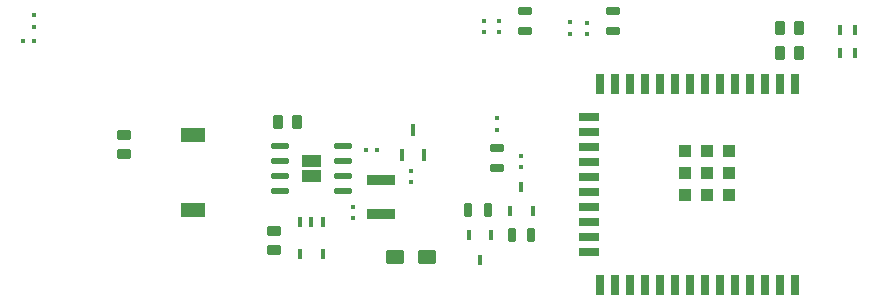
<source format=gbr>
G04 DipTrace 4.3.0.5*
G04 TopPaste.gbr*
%MOMM*%
G04 #@! TF.FileFunction,Paste,Top*
G04 #@! TF.Part,Single*
%AMOUTLINE2*
4,1,28,
-0.24845,0.585,
0.24845,0.585,
0.2936,0.57906,
0.32957,0.56416,
0.36046,0.54046,
0.38416,0.50957,
0.39906,0.4736,
0.405,0.42845,
0.405,-0.42845,
0.39906,-0.4736,
0.38416,-0.50957,
0.36046,-0.54046,
0.32957,-0.56416,
0.2936,-0.57906,
0.24845,-0.585,
-0.24845,-0.585,
-0.2936,-0.57906,
-0.32957,-0.56416,
-0.36046,-0.54046,
-0.38416,-0.50957,
-0.39906,-0.4736,
-0.405,-0.42845,
-0.405,0.42845,
-0.39906,0.4736,
-0.38416,0.50957,
-0.36046,0.54046,
-0.32957,0.56416,
-0.2936,0.57906,
-0.24845,0.585,
0*%
%AMOUTLINE5*
4,1,28,
0.24845,-0.585,
-0.24845,-0.585,
-0.2936,-0.57906,
-0.32957,-0.56416,
-0.36046,-0.54046,
-0.38416,-0.50957,
-0.39906,-0.4736,
-0.405,-0.42845,
-0.405,0.42845,
-0.39906,0.4736,
-0.38416,0.50957,
-0.36046,0.54046,
-0.32957,0.56416,
-0.2936,0.57906,
-0.24845,0.585,
0.24845,0.585,
0.2936,0.57906,
0.32957,0.56416,
0.36046,0.54046,
0.38416,0.50957,
0.39906,0.4736,
0.405,0.42845,
0.405,-0.42845,
0.39906,-0.4736,
0.38416,-0.50957,
0.36046,-0.54046,
0.32957,-0.56416,
0.2936,-0.57906,
0.24845,-0.585,
0*%
%AMOUTLINE8*
4,1,28,
0.585,0.24845,
0.585,-0.24845,
0.57906,-0.2936,
0.56416,-0.32957,
0.54046,-0.36046,
0.50957,-0.38416,
0.4736,-0.39906,
0.42845,-0.405,
-0.42845,-0.405,
-0.4736,-0.39906,
-0.50957,-0.38416,
-0.54046,-0.36046,
-0.56416,-0.32957,
-0.57906,-0.2936,
-0.585,-0.24845,
-0.585,0.24845,
-0.57906,0.2936,
-0.56416,0.32957,
-0.54046,0.36046,
-0.50957,0.38416,
-0.4736,0.39906,
-0.42845,0.405,
0.42845,0.405,
0.4736,0.39906,
0.50957,0.38416,
0.54046,0.36046,
0.56416,0.32957,
0.57906,0.2936,
0.585,0.24845,
0*%
%AMOUTLINE11*
4,1,28,
-0.585,-0.24845,
-0.585,0.24845,
-0.57906,0.2936,
-0.56416,0.32957,
-0.54046,0.36046,
-0.50957,0.38416,
-0.4736,0.39906,
-0.42845,0.405,
0.42845,0.405,
0.4736,0.39906,
0.50957,0.38416,
0.54046,0.36046,
0.56416,0.32957,
0.57906,0.2936,
0.585,0.24845,
0.585,-0.24845,
0.57906,-0.2936,
0.56416,-0.32957,
0.54046,-0.36046,
0.50957,-0.38416,
0.4736,-0.39906,
0.42845,-0.405,
-0.42845,-0.405,
-0.4736,-0.39906,
-0.50957,-0.38416,
-0.54046,-0.36046,
-0.56416,-0.32957,
-0.57906,-0.2936,
-0.585,-0.24845,
0*%
%AMOUTLINE14*
4,1,28,
-1.21,-0.27347,
-1.21001,0.27342,
-1.20406,0.31858,
-1.18916,0.35455,
-1.16546,0.38543,
-1.13458,0.40914,
-1.09861,0.42404,
-1.05345,0.42998,
1.05344,0.43002,
1.09859,0.42408,
1.13456,0.40918,
1.16545,0.38548,
1.18915,0.35459,
1.20405,0.31862,
1.21,0.27347,
1.21001,-0.27342,
1.20406,-0.31858,
1.18916,-0.35455,
1.16546,-0.38543,
1.13458,-0.40914,
1.09861,-0.42404,
1.05345,-0.42998,
-1.05344,-0.43002,
-1.09859,-0.42408,
-1.13456,-0.40918,
-1.16545,-0.38548,
-1.18915,-0.35459,
-1.20405,-0.31862,
-1.21,-0.27347,
0*%
%AMOUTLINE17*
4,1,28,
1.21,0.27347,
1.21001,-0.27342,
1.20406,-0.31858,
1.18916,-0.35455,
1.16546,-0.38543,
1.13458,-0.40914,
1.09861,-0.42404,
1.05345,-0.42998,
-1.05344,-0.43002,
-1.09859,-0.42408,
-1.13456,-0.40918,
-1.16545,-0.38548,
-1.18915,-0.35459,
-1.20405,-0.31862,
-1.21,-0.27347,
-1.21001,0.27342,
-1.20406,0.31858,
-1.18916,0.35455,
-1.16546,0.38543,
-1.13458,0.40914,
-1.09861,0.42404,
-1.05345,0.42998,
1.05344,0.43002,
1.09859,0.42408,
1.13456,0.40918,
1.16545,0.38548,
1.18915,0.35459,
1.20405,0.31862,
1.21,0.27347,
0*%
%AMOUTLINE20*
4,1,28,
-0.195,-0.11845,
-0.195,0.11844,
-0.19349,0.12995,
-0.19158,0.13457,
-0.18853,0.13853,
-0.18457,0.14157,
-0.17996,0.14348,
-0.16845,0.145,
0.16844,0.145,
0.17995,0.14349,
0.18457,0.14158,
0.18853,0.13854,
0.19157,0.13457,
0.19348,0.12996,
0.195,0.11845,
0.195,-0.11844,
0.19349,-0.12995,
0.19158,-0.13457,
0.18853,-0.13853,
0.18457,-0.14157,
0.17996,-0.14348,
0.16845,-0.145,
-0.16844,-0.145,
-0.17995,-0.14349,
-0.18457,-0.14158,
-0.18853,-0.13854,
-0.19157,-0.13457,
-0.19348,-0.12996,
-0.195,-0.11845,
0*%
%AMOUTLINE23*
4,1,28,
0.195,0.11845,
0.195,-0.11844,
0.19349,-0.12995,
0.19158,-0.13457,
0.18853,-0.13853,
0.18457,-0.14157,
0.17996,-0.14348,
0.16845,-0.145,
-0.16844,-0.145,
-0.17995,-0.14349,
-0.18457,-0.14158,
-0.18853,-0.13854,
-0.19157,-0.13457,
-0.19348,-0.12996,
-0.195,-0.11845,
-0.195,0.11844,
-0.19349,0.12995,
-0.19158,0.13457,
-0.18853,0.13853,
-0.18457,0.14157,
-0.17996,0.14348,
-0.16845,0.145,
0.16844,0.145,
0.17995,0.14349,
0.18457,0.14158,
0.18853,0.13854,
0.19157,0.13457,
0.19348,0.12996,
0.195,0.11845,
0*%
%AMOUTLINE26*
4,1,28,
-0.62345,0.565,
0.62345,0.565,
0.6686,0.55906,
0.70457,0.54416,
0.73546,0.52046,
0.75916,0.48957,
0.77406,0.4536,
0.78,0.40845,
0.78,-0.40845,
0.77406,-0.4536,
0.75916,-0.48957,
0.73546,-0.52046,
0.70457,-0.54416,
0.6686,-0.55906,
0.62345,-0.565,
-0.62345,-0.565,
-0.6686,-0.55906,
-0.70457,-0.54416,
-0.73546,-0.52046,
-0.75916,-0.48957,
-0.77406,-0.4536,
-0.78,-0.40845,
-0.78,0.40845,
-0.77406,0.4536,
-0.75916,0.48957,
-0.73546,0.52046,
-0.70457,0.54416,
-0.6686,0.55906,
-0.62345,0.565,
0*%
%AMOUTLINE29*
4,1,28,
0.62345,-0.565,
-0.62345,-0.565,
-0.6686,-0.55906,
-0.70457,-0.54416,
-0.73546,-0.52046,
-0.75916,-0.48957,
-0.77406,-0.4536,
-0.78,-0.40845,
-0.78,0.40845,
-0.77406,0.4536,
-0.75916,0.48957,
-0.73546,0.52046,
-0.70457,0.54416,
-0.6686,0.55906,
-0.62345,0.565,
0.62345,0.565,
0.6686,0.55906,
0.70457,0.54416,
0.73546,0.52046,
0.75916,0.48957,
0.77406,0.4536,
0.78,0.40845,
0.78,-0.40845,
0.77406,-0.4536,
0.75916,-0.48957,
0.73546,-0.52046,
0.70457,-0.54416,
0.6686,-0.55906,
0.62345,-0.565,
0*%
%AMOUTLINE32*
4,1,28,
-0.14345,0.49,
0.14345,0.49,
0.16531,0.48712,
0.17957,0.48121,
0.19182,0.47182,
0.20121,0.45957,
0.20712,0.44531,
0.21,0.42345,
0.21,-0.42345,
0.20712,-0.44531,
0.20121,-0.45957,
0.19182,-0.47182,
0.17957,-0.48121,
0.16531,-0.48712,
0.14345,-0.49,
-0.14345,-0.49,
-0.16531,-0.48712,
-0.17957,-0.48121,
-0.19182,-0.47182,
-0.20121,-0.45957,
-0.20712,-0.44531,
-0.21,-0.42345,
-0.21,0.42345,
-0.20712,0.44531,
-0.20121,0.45957,
-0.19182,0.47182,
-0.17957,0.48121,
-0.16531,0.48712,
-0.14345,0.49,
0*%
%AMOUTLINE35*
4,1,28,
0.14345,-0.49,
-0.14345,-0.49,
-0.16531,-0.48712,
-0.17957,-0.48121,
-0.19182,-0.47182,
-0.20121,-0.45957,
-0.20712,-0.44531,
-0.21,-0.42345,
-0.21,0.42345,
-0.20712,0.44531,
-0.20121,0.45957,
-0.19182,0.47182,
-0.17957,0.48121,
-0.16531,0.48712,
-0.14345,0.49,
0.14345,0.49,
0.16531,0.48712,
0.17957,0.48121,
0.19182,0.47182,
0.20121,0.45957,
0.20712,0.44531,
0.21,0.42345,
0.21,-0.42345,
0.20712,-0.44531,
0.20121,-0.45957,
0.19182,-0.47182,
0.17957,-0.48121,
0.16531,-0.48712,
0.14345,-0.49,
0*%
%AMOUTLINE38*
4,1,28,
-0.14845,0.405,
0.14845,0.405,
0.16772,0.40246,
0.17957,0.39755,
0.18975,0.38975,
0.19755,0.37957,
0.20246,0.36772,
0.205,0.34845,
0.205,-0.34845,
0.20246,-0.36772,
0.19755,-0.37957,
0.18975,-0.38975,
0.17957,-0.39755,
0.16772,-0.40246,
0.14845,-0.405,
-0.14845,-0.405,
-0.16772,-0.40246,
-0.17957,-0.39755,
-0.18975,-0.38975,
-0.19755,-0.37957,
-0.20246,-0.36772,
-0.205,-0.34845,
-0.205,0.34845,
-0.20246,0.36772,
-0.19755,0.37957,
-0.18975,0.38975,
-0.17957,0.39755,
-0.16772,0.40246,
-0.14845,0.405,
0*%
%AMOUTLINE41*
4,1,28,
0.14845,-0.405,
-0.14845,-0.405,
-0.16772,-0.40246,
-0.17957,-0.39755,
-0.18975,-0.38975,
-0.19755,-0.37957,
-0.20246,-0.36772,
-0.205,-0.34845,
-0.205,0.34845,
-0.20246,0.36772,
-0.19755,0.37957,
-0.18975,0.38975,
-0.17957,0.39755,
-0.16772,0.40246,
-0.14845,0.405,
0.14845,0.405,
0.16772,0.40246,
0.17957,0.39755,
0.18975,0.38975,
0.19755,0.37957,
0.20246,0.36772,
0.205,0.34845,
0.205,-0.34845,
0.20246,-0.36772,
0.19755,-0.37957,
0.18975,-0.38975,
0.17957,-0.39755,
0.16772,-0.40246,
0.14845,-0.405,
0*%
%AMOUTLINE44*
4,1,28,
-0.10845,0.2,
0.10845,0.2,
0.11995,0.19849,
0.12457,0.19657,
0.12853,0.19353,
0.13157,0.18957,
0.13349,0.18495,
0.135,0.17345,
0.135,-0.17345,
0.13349,-0.18495,
0.13157,-0.18957,
0.12853,-0.19353,
0.12457,-0.19657,
0.11995,-0.19849,
0.10845,-0.2,
-0.10845,-0.2,
-0.11995,-0.19849,
-0.12457,-0.19657,
-0.12853,-0.19353,
-0.13157,-0.18957,
-0.13349,-0.18495,
-0.135,-0.17345,
-0.135,0.17345,
-0.13349,0.18495,
-0.13157,0.18957,
-0.12853,0.19353,
-0.12457,0.19657,
-0.11995,0.19849,
-0.10845,0.2,
0*%
%AMOUTLINE47*
4,1,28,
0.10845,-0.2,
-0.10845,-0.2,
-0.11995,-0.19849,
-0.12457,-0.19657,
-0.12853,-0.19353,
-0.13157,-0.18957,
-0.13349,-0.18495,
-0.135,-0.17345,
-0.135,0.17345,
-0.13349,0.18495,
-0.13157,0.18957,
-0.12853,0.19353,
-0.12457,0.19657,
-0.11995,0.19849,
-0.10845,0.2,
0.10845,0.2,
0.11995,0.19849,
0.12457,0.19657,
0.12853,0.19353,
0.13157,0.18957,
0.13349,0.18495,
0.135,0.17345,
0.135,-0.17345,
0.13349,-0.18495,
0.13157,-0.18957,
0.12853,-0.19353,
0.12457,-0.19657,
0.11995,-0.19849,
0.10845,-0.2,
0*%
%AMOUTLINE50*
4,1,28,
-0.2,-0.10845,
-0.2,0.10844,
-0.19849,0.11995,
-0.19658,0.12457,
-0.19353,0.12853,
-0.18957,0.13157,
-0.18496,0.13348,
-0.17345,0.135,
0.17344,0.135,
0.18495,0.13349,
0.18957,0.13158,
0.19353,0.12854,
0.19657,0.12457,
0.19848,0.11996,
0.2,0.10845,
0.2,-0.10844,
0.19849,-0.11995,
0.19658,-0.12457,
0.19353,-0.12853,
0.18957,-0.13157,
0.18496,-0.13348,
0.17345,-0.135,
-0.17344,-0.135,
-0.18495,-0.13349,
-0.18957,-0.13158,
-0.19353,-0.12854,
-0.19657,-0.12457,
-0.19848,-0.11996,
-0.2,-0.10845,
0*%
%AMOUTLINE53*
4,1,28,
0.2,0.10845,
0.2,-0.10844,
0.19849,-0.11995,
0.19658,-0.12457,
0.19353,-0.12853,
0.18957,-0.13157,
0.18496,-0.13348,
0.17345,-0.135,
-0.17344,-0.135,
-0.18495,-0.13349,
-0.18957,-0.13158,
-0.19353,-0.12854,
-0.19657,-0.12457,
-0.19848,-0.11996,
-0.2,-0.10845,
-0.2,0.10844,
-0.19849,0.11995,
-0.19658,0.12457,
-0.19353,0.12853,
-0.18957,0.13157,
-0.18496,0.13348,
-0.17345,0.135,
0.17344,0.135,
0.18495,0.13349,
0.18957,0.13158,
0.19353,0.12854,
0.19657,0.12457,
0.19848,0.11996,
0.2,0.10845,
0*%
%AMOUTLINE56*
4,1,28,
0.56,0.21345,
0.56,-0.21345,
0.55508,-0.25083,
0.54318,-0.27957,
0.52424,-0.30424,
0.49957,-0.32318,
0.47083,-0.33508,
0.43345,-0.34,
-0.43345,-0.34,
-0.47083,-0.33508,
-0.49957,-0.32318,
-0.52424,-0.30424,
-0.54318,-0.27957,
-0.55508,-0.25083,
-0.56,-0.21345,
-0.56,0.21345,
-0.55508,0.25083,
-0.54318,0.27957,
-0.52424,0.30424,
-0.49957,0.32318,
-0.47083,0.33508,
-0.43345,0.34,
0.43345,0.34,
0.47083,0.33508,
0.49957,0.32318,
0.52424,0.30424,
0.54318,0.27957,
0.55508,0.25083,
0.56,0.21345,
0*%
%AMOUTLINE59*
4,1,28,
-0.56,-0.21345,
-0.56,0.21345,
-0.55508,0.25083,
-0.54318,0.27957,
-0.52424,0.30424,
-0.49957,0.32318,
-0.47083,0.33508,
-0.43345,0.34,
0.43345,0.34,
0.47083,0.33508,
0.49957,0.32318,
0.52424,0.30424,
0.54318,0.27957,
0.55508,0.25083,
0.56,0.21345,
0.56,-0.21345,
0.55508,-0.25083,
0.54318,-0.27957,
0.52424,-0.30424,
0.49957,-0.32318,
0.47083,-0.33508,
0.43345,-0.34,
-0.43345,-0.34,
-0.47083,-0.33508,
-0.49957,-0.32318,
-0.52424,-0.30424,
-0.54318,-0.27957,
-0.55508,-0.25083,
-0.56,-0.21345,
0*%
%AMOUTLINE62*
4,1,28,
-0.21346,0.55999,
0.21343,0.56001,
0.25082,0.55509,
0.27955,0.54318,
0.30423,0.52425,
0.32316,0.49958,
0.33506,0.47084,
0.33999,0.43346,
0.34001,-0.43344,
0.33509,-0.47083,
0.32319,-0.49956,
0.30426,-0.52423,
0.27958,-0.54317,
0.25085,-0.55507,
0.21346,-0.55999,
-0.21343,-0.56001,
-0.25082,-0.55509,
-0.27955,-0.54318,
-0.30423,-0.52425,
-0.32316,-0.49958,
-0.33506,-0.47084,
-0.33999,-0.43346,
-0.34001,0.43344,
-0.33509,0.47083,
-0.32319,0.49956,
-0.30426,0.52423,
-0.27958,0.54317,
-0.25085,0.55507,
-0.21346,0.55999,
0*%
%AMOUTLINE65*
4,1,28,
0.21346,-0.55999,
-0.21343,-0.56001,
-0.25082,-0.55509,
-0.27955,-0.54318,
-0.30423,-0.52425,
-0.32316,-0.49958,
-0.33506,-0.47084,
-0.33999,-0.43346,
-0.34001,0.43344,
-0.33509,0.47083,
-0.32319,0.49956,
-0.30426,0.52423,
-0.27958,0.54317,
-0.25085,0.55507,
-0.21346,0.55999,
0.21343,0.56001,
0.25082,0.55509,
0.27955,0.54318,
0.30423,0.52425,
0.32316,0.49958,
0.33506,0.47084,
0.33999,0.43346,
0.34001,-0.43344,
0.33509,-0.47083,
0.32319,-0.49956,
0.30426,-0.52423,
0.27958,-0.54317,
0.25085,-0.55507,
0.21346,-0.55999,
0*%
%AMOUTLINE68*
4,1,28,
0.725,0.15345,
0.725,-0.15345,
0.72178,-0.17789,
0.71487,-0.19457,
0.70389,-0.20889,
0.68957,-0.21987,
0.67289,-0.22678,
0.64845,-0.23,
-0.64845,-0.23,
-0.67289,-0.22678,
-0.68957,-0.21987,
-0.70389,-0.20889,
-0.71487,-0.19457,
-0.72178,-0.17789,
-0.725,-0.15345,
-0.725,0.15345,
-0.72178,0.17789,
-0.71487,0.19457,
-0.70389,0.20889,
-0.68957,0.21987,
-0.67289,0.22678,
-0.64845,0.23,
0.64845,0.23,
0.67289,0.22678,
0.68957,0.21987,
0.70389,0.20889,
0.71487,0.19457,
0.72178,0.17789,
0.725,0.15345,
0*%
%AMOUTLINE71*
4,1,28,
-0.725,-0.15345,
-0.725,0.15345,
-0.72178,0.17789,
-0.71487,0.19457,
-0.70389,0.20889,
-0.68957,0.21987,
-0.67289,0.22678,
-0.64845,0.23,
0.64845,0.23,
0.67289,0.22678,
0.68957,0.21987,
0.70389,0.20889,
0.71487,0.19457,
0.72178,0.17789,
0.725,0.15345,
0.725,-0.15345,
0.72178,-0.17789,
0.71487,-0.19457,
0.70389,-0.20889,
0.68957,-0.21987,
0.67289,-0.22678,
0.64845,-0.23,
-0.64845,-0.23,
-0.67289,-0.22678,
-0.68957,-0.21987,
-0.70389,-0.20889,
-0.71487,-0.19457,
-0.72178,-0.17789,
-0.725,-0.15345,
0*%
%AMOUTLINE74*
4,1,28,
-0.14345,0.45,
0.14345,0.45,
0.16272,0.44746,
0.17457,0.44255,
0.18475,0.43475,
0.19255,0.42457,
0.19746,0.41272,
0.2,0.39345,
0.2,-0.39345,
0.19746,-0.41272,
0.19255,-0.42457,
0.18475,-0.43475,
0.17457,-0.44255,
0.16272,-0.44746,
0.14345,-0.45,
-0.14345,-0.45,
-0.16272,-0.44746,
-0.17457,-0.44255,
-0.18475,-0.43475,
-0.19255,-0.42457,
-0.19746,-0.41272,
-0.2,-0.39345,
-0.2,0.39345,
-0.19746,0.41272,
-0.19255,0.42457,
-0.18475,0.43475,
-0.17457,0.44255,
-0.16272,0.44746,
-0.14345,0.45,
0*%
%ADD47R,1.13X1.13*%
%ADD49R,1.8X0.7*%
%ADD51R,0.7X1.8*%
%ADD57R,2.0X1.3*%
%ADD59R,0.4X0.9*%
%ADD66OUTLINE2*%
%ADD69OUTLINE5*%
%ADD72OUTLINE8*%
%ADD75OUTLINE11*%
%ADD78OUTLINE14*%
%ADD81OUTLINE17*%
%ADD84OUTLINE20*%
%ADD87OUTLINE23*%
%ADD90OUTLINE26*%
%ADD93OUTLINE29*%
%ADD96OUTLINE32*%
%ADD99OUTLINE35*%
%ADD102OUTLINE38*%
%ADD105OUTLINE41*%
%ADD108OUTLINE44*%
%ADD111OUTLINE47*%
%ADD114OUTLINE50*%
%ADD117OUTLINE53*%
%ADD120OUTLINE56*%
%ADD123OUTLINE59*%
%ADD126OUTLINE62*%
%ADD129OUTLINE65*%
%ADD132OUTLINE68*%
%ADD135OUTLINE71*%
%ADD138OUTLINE74*%
%FSLAX35Y35*%
G04*
G71*
G90*
G75*
G01*
G04 TopPaste*
%LPD*%
D66*
X-159373Y523877D3*
D69*
X627D3*
D72*
X-1460500Y413377D3*
D75*
Y253377D3*
D78*
X714376Y-253627D3*
D81*
X714371Y31373D3*
D84*
X476251Y-285127D3*
D87*
X476249Y-191127D3*
D75*
X-190499Y-556250D3*
D72*
X-190501Y-396250D3*
D90*
X832873Y-619127D3*
D93*
X1103873D3*
D66*
X4095127Y1111248D3*
D69*
X4255127Y1111252D3*
D66*
X4095127Y1317627D3*
D69*
X4255127D3*
D87*
X1905003Y237500D3*
D84*
Y143500D3*
X2460627Y1270627D3*
D87*
Y1364627D3*
D84*
X1714497Y1286497D3*
D87*
Y1380497D3*
D59*
X4732250Y1304000D3*
X4602250D3*
Y1109000D3*
X4732250D3*
D57*
X-873127Y416797D3*
Y-223203D3*
D96*
X889250Y245750D3*
X1079250D3*
D99*
X984250Y452750D3*
D102*
X1809997Y-232503D3*
X1999997D3*
D105*
X1904997Y-21503D3*
X1650750Y-434253D3*
X1460750D3*
D102*
X1555750Y-645253D3*
D108*
X585500Y285750D3*
D111*
X684500D3*
D114*
X-2222502Y1331623D3*
D117*
X-2222504Y1430623D3*
D108*
X-2319627Y1206499D3*
D111*
X-2220627Y1206501D3*
D114*
X1698625Y458500D3*
D117*
X1698622Y557500D3*
X968373Y113000D3*
D114*
Y14000D3*
D120*
X1698623Y306750D3*
D123*
Y137750D3*
D117*
X2317747Y1367123D3*
D114*
Y1268123D3*
D117*
X1587497Y1383000D3*
D114*
Y1284000D3*
D123*
X2682873Y1296627D3*
D120*
Y1465627D3*
D123*
X1936750Y1296627D3*
D120*
Y1465627D3*
D126*
X1455373Y-222256D3*
D129*
X1624373Y-222251D3*
X1989497Y-428627D3*
D126*
X1820497D3*
D132*
X-135967Y319047D3*
Y192047D3*
Y65047D3*
Y-61953D3*
D135*
X391033D3*
Y65047D3*
Y192047D3*
Y319047D3*
G36*
X48033Y241047D2*
X207033D1*
Y141047D1*
X48033D1*
Y241047D1*
G37*
G36*
Y116047D2*
X207033D1*
Y16047D1*
X48033D1*
Y116047D1*
G37*
D138*
X222000Y-325377D3*
X127000D3*
X32000D3*
Y-595377D3*
X222000D3*
D51*
X4224873Y843360D3*
X4097873D3*
X3970873D3*
X3843873D3*
X3716873D3*
X3589873D3*
X3462873D3*
X3208873D3*
X3335873D3*
X3081873D3*
X2954873D3*
X2827873D3*
X2700873D3*
X2573873D3*
D49*
X2473873Y437860D3*
Y-451140D3*
Y-578140D3*
D51*
X2573873Y-856640D3*
X2700873D3*
X2827873D3*
X2954873D3*
X3081873D3*
X3208873D3*
X3335873D3*
X3589873D3*
X3970873D3*
X4097873D3*
D49*
X2473873Y310860D3*
Y183860D3*
D51*
X3716873Y-856640D3*
X3843873D3*
D49*
X2473873Y56860D3*
Y-70140D3*
Y-197140D3*
Y-324140D3*
D51*
X3462873Y-856640D3*
D49*
X2473873Y564860D3*
D51*
X4224873Y-856640D3*
D47*
X3658373Y276860D3*
Y93360D3*
Y-90140D3*
X3474873Y276860D3*
Y93360D3*
Y-90140D3*
X3291373Y276860D3*
Y93360D3*
Y-90140D3*
M02*

</source>
